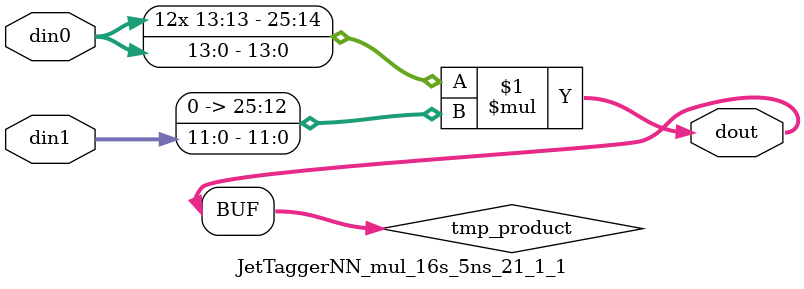
<source format=v>

`timescale 1 ns / 1 ps

  module JetTaggerNN_mul_16s_5ns_21_1_1(din0, din1, dout);
parameter ID = 1;
parameter NUM_STAGE = 0;
parameter din0_WIDTH = 14;
parameter din1_WIDTH = 12;
parameter dout_WIDTH = 26;

input [din0_WIDTH - 1 : 0] din0; 
input [din1_WIDTH - 1 : 0] din1; 
output [dout_WIDTH - 1 : 0] dout;

wire signed [dout_WIDTH - 1 : 0] tmp_product;












assign tmp_product = $signed(din0) * $signed({1'b0, din1});









assign dout = tmp_product;







endmodule

</source>
